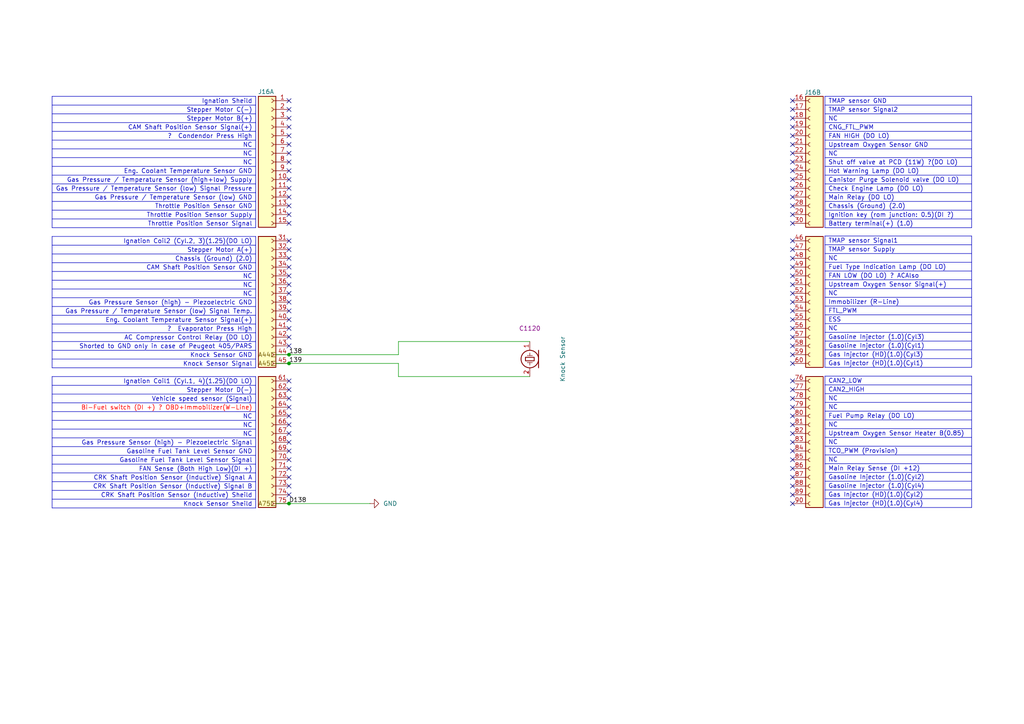
<source format=kicad_sch>
(kicad_sch (version 20250114) (generator "eeschema") (generator_version "9.0")
  (paper "A4")
  (lib_symbols
    (symbol "Device:Microphone_Ultrasound" (pin_names (offset 0.0254) (hide yes))
      (property "Reference" "MK" (at -3.81 1.143 0))
      (property "Value" "Microphone_Ultrasound" (at -3.81 -0.762 0))
      (symbol "Microphone_Ultrasound_0_1"
        (polyline (pts (xy -2.54 2.54) (xy -2.54 -2.54)) (stroke (width 0.254)))
        (rectangle (start -1.27 0.508) (end 1.27 -0.508) (stroke (width 0.254)))
        (polyline (pts (xy -0.762 1.016) (xy 0.762 1.016)))
        (polyline (pts (xy -0.762 -1.016) (xy 0.762 -1.016)))
        (polyline (pts (xy 0 1.016) (xy 0 1.778)))
        (circle (center 0 0) (radius 2.54) (stroke (width 0.254)))
        (polyline (pts (xy 0 -1.016) (xy 0 -1.778)))
        (polyline (pts (xy 0.254 3.81) (xy 0.762 3.81)))
        (polyline (pts (xy 0.508 4.064) (xy 0.508 3.556)))
      )
      (symbol "Microphone_Ultrasound_1_1"
        (pin passive line (at 0 5.08 270) (length 2.54) (name "+") (number "2"))
        (pin passive line (at 0 -5.08 90) (length 2.54) (name "-") (number "1"))
      )
    )
    (symbol "power:GND" (power) (pin_numbers (hide yes)) (pin_names (offset 0) (hide yes))
      (property "Value" "GND" (at 0 -3.81 0))
      (symbol "GND_0_1"
        (polyline (pts (xy 0 0) (xy 0 -1.27) (xy 1.27 -1.27) (xy 0 -2.54) (xy -1.27 -1.27) (xy 0 -1.27)))
      )
      (symbol "GND_1_1"
        (pin power_in line (at 0 0 270) (length 0) (name "~") (number "1"))
      )
    )
    (symbol "sicma_socket:Conn_01x90_3Row_Socket" (pin_names (offset 1.016) (hide yes))
      (property "Reference" "J" (at 1.524 60.833 0))
      (property "Value" "Conn_01x90_3Row_Socket" (at 1.397 -61.214 0))
      (symbol "Conn_01x90_3Row_Socket_1_1"
        (rectangle (start -0.508 59.69) (end 4.572 21.717) (stroke (width 0.254)) (fill (type background)))
        (polyline (pts (xy -0.508 58.42) (xy 0.254 58.42)) (stroke (width 0.1524)))
        (polyline (pts (xy -0.508 55.88) (xy 0.254 55.88)) (stroke (width 0.1524)))
        (polyline (pts (xy -0.508 53.34) (xy 0.254 53.34)) (stroke (width 0.1524)))
        (polyline (pts (xy -0.508 50.8) (xy 0.254 50.8)) (stroke (width 0.1524)))
        (polyline (pts (xy -0.508 48.26) (xy 0.254 48.26)) (stroke (width 0.1524)))
        (polyline (pts (xy -0.508 45.72) (xy 0.254 45.72)) (stroke (width 0.1524)))
        (polyline (pts (xy -0.508 43.18) (xy 0.254 43.18)) (stroke (width 0.1524)))
        (polyline (pts (xy -0.508 40.64) (xy 0.254 40.64)) (stroke (width 0.1524)))
        (polyline (pts (xy -0.508 38.1) (xy 0.254 38.1)) (stroke (width 0.1524)))
        (polyline (pts (xy -0.508 35.56) (xy 0.254 35.56)) (stroke (width 0.1524)))
        (polyline (pts (xy -0.508 33.02) (xy 0.254 33.02)) (stroke (width 0.1524)))
        (polyline (pts (xy -0.508 30.48) (xy 0.254 30.48)) (stroke (width 0.1524)))
        (polyline (pts (xy -0.508 27.94) (xy 0.254 27.94)) (stroke (width 0.1524)))
        (polyline (pts (xy -0.508 25.4) (xy 0.254 25.4)) (stroke (width 0.1524)))
        (polyline (pts (xy -0.508 22.86) (xy 0.254 22.86)) (stroke (width 0.1524)))
        (rectangle (start -0.508 19.05) (end 4.572 -18.923) (stroke (width 0.254)) (fill (type background)))
        (polyline (pts (xy -0.508 17.78) (xy 0.254 17.78)) (stroke (width 0.1524)))
        (polyline (pts (xy -0.508 15.24) (xy 0.254 15.24)) (stroke (width 0.1524)))
        (polyline (pts (xy -0.508 12.7) (xy 0.254 12.7)) (stroke (width 0.1524)))
        (polyline (pts (xy -0.508 10.16) (xy 0.254 10.16)) (stroke (width 0.1524)))
        (polyline (pts (xy -0.508 7.62) (xy 0.254 7.62)) (stroke (width 0.1524)))
        (polyline (pts (xy -0.508 5.08) (xy 0.254 5.08)) (stroke (width 0.1524)))
        (polyline (pts (xy -0.508 2.54) (xy 0.254 2.54)) (stroke (width 0.1524)))
        (polyline (pts (xy -0.508 0) (xy 0.254 0)) (stroke (width 0.1524)))
        (polyline (pts (xy -0.508 -2.54) (xy 0.254 -2.54)) (stroke (width 0.1524)))
        (polyline (pts (xy -0.508 -5.08) (xy 0.254 -5.08)) (stroke (width 0.1524)))
        (polyline (pts (xy -0.508 -7.62) (xy 0.254 -7.62)) (stroke (width 0.1524)))
        (polyline (pts (xy -0.508 -10.16) (xy 0.254 -10.16)) (stroke (width 0.1524)))
        (polyline (pts (xy -0.508 -12.7) (xy 0.254 -12.7)) (stroke (width 0.1524)))
        (polyline (pts (xy -0.508 -15.24) (xy 0.254 -15.24)) (stroke (width 0.1524)))
        (polyline (pts (xy -0.508 -17.78) (xy 0.254 -17.78)) (stroke (width 0.1524)))
        (rectangle (start -0.508 -21.59) (end 4.572 -59.563) (stroke (width 0.254)) (fill (type background)))
        (polyline (pts (xy -0.508 -22.86) (xy 0.254 -22.86)) (stroke (width 0.1524)))
        (polyline (pts (xy -0.508 -25.4) (xy 0.254 -25.4)) (stroke (width 0.1524)))
        (polyline (pts (xy -0.508 -27.94) (xy 0.254 -27.94)) (stroke (width 0.1524)))
        (polyline (pts (xy -0.508 -30.48) (xy 0.254 -30.48)) (stroke (width 0.1524)))
        (polyline (pts (xy -0.508 -33.02) (xy 0.254 -33.02)) (stroke (width 0.1524)))
        (polyline (pts (xy -0.508 -35.56) (xy 0.254 -35.56)) (stroke (width 0.1524)))
        (polyline (pts (xy -0.508 -38.1) (xy 0.254 -38.1)) (stroke (width 0.1524)))
        (polyline (pts (xy -0.508 -40.64) (xy 0.254 -40.64)) (stroke (width 0.1524)))
        (polyline (pts (xy -0.508 -43.18) (xy 0.254 -43.18)) (stroke (width 0.1524)))
        (polyline (pts (xy -0.508 -45.72) (xy 0.254 -45.72)) (stroke (width 0.1524)))
        (polyline (pts (xy -0.508 -48.26) (xy 0.254 -48.26)) (stroke (width 0.1524)))
        (polyline (pts (xy -0.508 -50.8) (xy 0.254 -50.8)) (stroke (width 0.1524)))
        (polyline (pts (xy -0.508 -53.34) (xy 0.254 -53.34)) (stroke (width 0.1524)))
        (polyline (pts (xy -0.508 -55.88) (xy 0.254 -55.88)) (stroke (width 0.1524)))
        (polyline (pts (xy -0.508 -58.42) (xy 0.254 -58.42)) (stroke (width 0.1524)))
        (arc (start 0.762 57.912) (mid 0.2562 58.42) (end 0.762 58.928) (stroke (width 0.1524)))
        (arc (start 0.762 55.372) (mid 0.2562 55.88) (end 0.762 56.388) (stroke (width 0.1524)))
        (arc (start 0.762 52.832) (mid 0.2562 53.34) (end 0.762 53.848) (stroke (width 0.1524)))
        (arc (start 0.762 50.292) (mid 0.2562 50.8) (end 0.762 51.308) (stroke (width 0.1524)))
        (arc (start 0.762 47.752) (mid 0.2562 48.26) (end 0.762 48.768) (stroke (width 0.1524)))
        (arc (start 0.762 45.212) (mid 0.2562 45.72) (end 0.762 46.228) (stroke (width 0.1524)))
        (arc (start 0.762 42.672) (mid 0.2562 43.18) (end 0.762 43.688) (stroke (width 0.1524)))
        (arc (start 0.762 40.132) (mid 0.2562 40.64) (end 0.762 41.148) (stroke (width 0.1524)))
        (arc (start 0.762 37.592) (mid 0.2562 38.1) (end 0.762 38.608) (stroke (width 0.1524)))
        (arc (start 0.762 35.052) (mid 0.2562 35.56) (end 0.762 36.068) (stroke (width 0.1524)))
        (arc (start 0.762 32.512) (mid 0.2562 33.02) (end 0.762 33.528) (stroke (width 0.1524)))
        (arc (start 0.762 29.972) (mid 0.2562 30.48) (end 0.762 30.988) (stroke (width 0.1524)))
        (arc (start 0.762 27.432) (mid 0.2562 27.94) (end 0.762 28.448) (stroke (width 0.1524)))
        (arc (start 0.762 24.892) (mid 0.2562 25.4) (end 0.762 25.908) (stroke (width 0.1524)))
        (arc (start 0.762 22.352) (mid 0.2562 22.86) (end 0.762 23.368) (stroke (width 0.1524)))
        (arc (start 0.762 17.272) (mid 0.2562 17.78) (end 0.762 18.288) (stroke (width 0.1524)))
        (arc (start 0.762 14.732) (mid 0.2562 15.24) (end 0.762 15.748) (stroke (width 0.1524)))
        (arc (start 0.762 12.192) (mid 0.2562 12.7) (end 0.762 13.208) (stroke (width 0.1524)))
        (arc (start 0.762 9.652) (mid 0.2562 10.16) (end 0.762 10.668) (stroke (width 0.1524)))
        (arc (start 0.762 7.112) (mid 0.2562 7.62) (end 0.762 8.128) (stroke (width 0.1524)))
        (arc (start 0.762 4.572) (mid 0.2562 5.08) (end 0.762 5.588) (stroke (width 0.1524)))
        (arc (start 0.762 2.032) (mid 0.2562 2.54) (end 0.762 3.048) (stroke (width 0.1524)))
        (arc (start 0.762 -0.508) (mid 0.2562 0) (end 0.762 0.508) (stroke (width 0.1524)))
        (arc (start 0.762 -3.048) (mid 0.2562 -2.54) (end 0.762 -2.032) (stroke (width 0.1524)))
        (arc (start 0.762 -5.588) (mid 0.2562 -5.08) (end 0.762 -4.572) (stroke (width 0.1524)))
        (arc (start 0.762 -8.128) (mid 0.2562 -7.62) (end 0.762 -7.112) (stroke (width 0.1524)))
        (arc (start 0.762 -10.668) (mid 0.2562 -10.16) (end 0.762 -9.652) (stroke (width 0.1524)))
        (arc (start 0.762 -13.208) (mid 0.2562 -12.7) (end 0.762 -12.192) (stroke (width 0.1524)))
        (arc (start 0.762 -15.748) (mid 0.2562 -15.24) (end 0.762 -14.732) (stroke (width 0.1524)))
        (arc (start 0.762 -18.288) (mid 0.2562 -17.78) (end 0.762 -17.272) (stroke (width 0.1524)))
        (arc (start 0.762 -23.368) (mid 0.2562 -22.86) (end 0.762 -22.352) (stroke (width 0.1524)))
        (arc (start 0.762 -25.908) (mid 0.2562 -25.4) (end 0.762 -24.892) (stroke (width 0.1524)))
        (arc (start 0.762 -28.448) (mid 0.2562 -27.94) (end 0.762 -27.432) (stroke (width 0.1524)))
        (arc (start 0.762 -30.988) (mid 0.2562 -30.48) (end 0.762 -29.972) (stroke (width 0.1524)))
        (arc (start 0.762 -33.528) (mid 0.2562 -33.02) (end 0.762 -32.512) (stroke (width 0.1524)))
        (arc (start 0.762 -36.068) (mid 0.2562 -35.56) (end 0.762 -35.052) (stroke (width 0.1524)))
        (arc (start 0.762 -38.608) (mid 0.2562 -38.1) (end 0.762 -37.592) (stroke (width 0.1524)))
        (arc (start 0.762 -41.148) (mid 0.2562 -40.64) (end 0.762 -40.132) (stroke (width 0.1524)))
        (arc (start 0.762 -43.688) (mid 0.2562 -43.18) (end 0.762 -42.672) (stroke (width 0.1524)))
        (arc (start 0.762 -46.228) (mid 0.2562 -45.72) (end 0.762 -45.212) (stroke (width 0.1524)))
        (arc (start 0.762 -48.768) (mid 0.2562 -48.26) (end 0.762 -47.752) (stroke (width 0.1524)))
        (arc (start 0.762 -51.308) (mid 0.2562 -50.8) (end 0.762 -50.292) (stroke (width 0.1524)))
        (arc (start 0.762 -53.848) (mid 0.2562 -53.34) (end 0.762 -52.832) (stroke (width 0.1524)))
        (arc (start 0.762 -56.388) (mid 0.2562 -55.88) (end 0.762 -55.372) (stroke (width 0.1524)))
        (arc (start 0.762 -58.928) (mid 0.2562 -58.42) (end 0.762 -57.912) (stroke (width 0.1524)))
        (pin passive line (at -4.318 58.42 0) (length 3.81) (name "A1") (number "1"))
        (pin passive line (at -4.318 55.88 0) (length 3.81) (name "A2") (number "2"))
        (pin passive line (at -4.318 53.34 0) (length 3.81) (name "A3") (number "3"))
        (pin passive line (at -4.318 50.8 0) (length 3.81) (name "A4") (number "4"))
        (pin passive line (at -4.318 48.26 0) (length 3.81) (name "A5") (number "5"))
        (pin passive line (at -4.318 45.72 0) (length 3.81) (name "A6") (number "6"))
        (pin passive line (at -4.318 43.18 0) (length 3.81) (name "A7") (number "7"))
        (pin passive line (at -4.318 40.64 0) (length 3.81) (name "A8") (number "8"))
        (pin passive line (at -4.318 38.1 0) (length 3.81) (name "A9") (number "9"))
        (pin passive line (at -4.318 35.56 0) (length 3.81) (name "A10") (number "10"))
        (pin passive line (at -4.318 33.02 0) (length 3.81) (name "A11") (number "11"))
        (pin passive line (at -4.318 30.48 0) (length 3.81) (name "A12") (number "12"))
        (pin passive line (at -4.318 27.94 0) (length 3.81) (name "A13") (number "13"))
        (pin passive line (at -4.318 25.4 0) (length 3.81) (name "A14") (number "14"))
        (pin passive line (at -4.318 22.86 0) (length 3.81) (name "A15") (number "15"))
        (pin passive line (at -4.318 17.78 0) (length 3.81) (name "A31") (number "31"))
        (pin passive line (at -4.318 15.24 0) (length 3.81) (name "A32") (number "32"))
        (pin passive line (at -4.318 12.7 0) (length 3.81) (name "A33") (number "33"))
        (pin passive line (at -4.318 10.16 0) (length 3.81) (name "A34") (number "34"))
        (pin passive line (at -4.318 7.62 0) (length 3.81) (name "A35") (number "35"))
        (pin passive line (at -4.318 5.08 0) (length 3.81) (name "A36") (number "36"))
        (pin passive line (at -4.318 2.54 0) (length 3.81) (name "A37") (number "37"))
        (pin passive line (at -4.318 0 0) (length 3.81) (name "A38") (number "38"))
        (pin passive line (at -4.318 -2.54 0) (length 3.81) (name "A39") (number "39"))
        (pin passive line (at -4.318 -5.08 0) (length 3.81) (name "A40") (number "40"))
        (pin passive line (at -4.318 -7.62 0) (length 3.81) (name "A41") (number "41"))
        (pin passive line (at -4.318 -10.16 0) (length 3.81) (name "A42") (number "42"))
        (pin passive line (at -4.318 -12.7 0) (length 3.81) (name "A43") (number "43"))
        (pin passive line (at -4.318 -15.24 0) (length 3.81) (name "A44") (number "44"))
        (pin passive line (at -4.318 -17.78 0) (length 3.81) (name "A45") (number "45"))
        (pin passive line (at -4.318 -22.86 0) (length 3.81) (name "A61") (number "61"))
        (pin passive line (at -4.318 -25.4 0) (length 3.81) (name "A62") (number "62"))
        (pin passive line (at -4.318 -27.94 0) (length 3.81) (name "A63") (number "63"))
        (pin passive line (at -4.318 -30.48 0) (length 3.81) (name "A64") (number "64"))
        (pin passive line (at -4.318 -33.02 0) (length 3.81) (name "A65") (number "65"))
        (pin passive line (at -4.318 -35.56 0) (length 3.81) (name "A66") (number "66"))
        (pin passive line (at -4.318 -38.1 0) (length 3.81) (name "A67") (number "67"))
        (pin passive line (at -4.318 -40.64 0) (length 3.81) (name "A68") (number "68"))
        (pin passive line (at -4.318 -43.18 0) (length 3.81) (name "A69") (number "69"))
        (pin passive line (at -4.318 -45.72 0) (length 3.81) (name "A70") (number "70"))
        (pin passive line (at -4.318 -48.26 0) (length 3.81) (name "A71") (number "71"))
        (pin passive line (at -4.318 -50.8 0) (length 3.81) (name "A72") (number "72"))
        (pin passive line (at -4.318 -53.34 0) (length 3.81) (name "A73") (number "73"))
        (pin passive line (at -4.318 -55.88 0) (length 3.81) (name "A74") (number "74"))
        (pin passive line (at -4.318 -58.42 0) (length 3.81) (name "A75") (number "75"))
      )
      (symbol "Conn_01x90_3Row_Socket_2_1"
        (rectangle (start -0.508 59.69) (end 4.572 21.717) (stroke (width 0.254)) (fill (type background)))
        (polyline (pts (xy -0.508 58.42) (xy 0.254 58.42)) (stroke (width 0.1524)))
        (polyline (pts (xy -0.508 55.88) (xy 0.254 55.88)) (stroke (width 0.1524)))
        (polyline (pts (xy -0.508 53.34) (xy 0.254 53.34)) (stroke (width 0.1524)))
        (polyline (pts (xy -0.508 50.8) (xy 0.254 50.8)) (stroke (width 0.1524)))
        (polyline (pts (xy -0.508 48.26) (xy 0.254 48.26)) (stroke (width 0.1524)))
        (polyline (pts (xy -0.508 45.72) (xy 0.254 45.72)) (stroke (width 0.1524)))
        (polyline (pts (xy -0.508 43.18) (xy 0.254 43.18)) (stroke (width 0.1524)))
        (polyline (pts (xy -0.508 40.64) (xy 0.254 40.64)) (stroke (width 0.1524)))
        (polyline (pts (xy -0.508 38.1) (xy 0.254 38.1)) (stroke (width 0.1524)))
        (polyline (pts (xy -0.508 35.56) (xy 0.254 35.56)) (stroke (width 0.1524)))
        (polyline (pts (xy -0.508 33.02) (xy 0.254 33.02)) (stroke (width 0.1524)))
        (polyline (pts (xy -0.508 30.48) (xy 0.254 30.48)) (stroke (width 0.1524)))
        (polyline (pts (xy -0.508 27.94) (xy 0.254 27.94)) (stroke (width 0.1524)))
        (polyline (pts (xy -0.508 25.4) (xy 0.254 25.4)) (stroke (width 0.1524)))
        (polyline (pts (xy -0.508 22.86) (xy 0.254 22.86)) (stroke (width 0.1524)))
        (rectangle (start -0.508 19.05) (end 4.572 -18.923) (stroke (width 0.254)) (fill (type background)))
        (polyline (pts (xy -0.508 17.78) (xy 0.254 17.78)) (stroke (width 0.1524)))
        (polyline (pts (xy -0.508 15.24) (xy 0.254 15.24)) (stroke (width 0.1524)))
        (polyline (pts (xy -0.508 12.7) (xy 0.254 12.7)) (stroke (width 0.1524)))
        (polyline (pts (xy -0.508 10.16) (xy 0.254 10.16)) (stroke (width 0.1524)))
        (polyline (pts (xy -0.508 7.62) (xy 0.254 7.62)) (stroke (width 0.1524)))
        (polyline (pts (xy -0.508 5.08) (xy 0.254 5.08)) (stroke (width 0.1524)))
        (polyline (pts (xy -0.508 2.54) (xy 0.254 2.54)) (stroke (width 0.1524)))
        (polyline (pts (xy -0.508 0) (xy 0.254 0)) (stroke (width 0.1524)))
        (polyline (pts (xy -0.508 -2.54) (xy 0.254 -2.54)) (stroke (width 0.1524)))
        (polyline (pts (xy -0.508 -5.08) (xy 0.254 -5.08)) (stroke (width 0.1524)))
        (polyline (pts (xy -0.508 -7.62) (xy 0.254 -7.62)) (stroke (width 0.1524)))
        (polyline (pts (xy -0.508 -10.16) (xy 0.254 -10.16)) (stroke (width 0.1524)))
        (polyline (pts (xy -0.508 -12.7) (xy 0.254 -12.7)) (stroke (width 0.1524)))
        (polyline (pts (xy -0.508 -15.24) (xy 0.254 -15.24)) (stroke (width 0.1524)))
        (polyline (pts (xy -0.508 -17.78) (xy 0.254 -17.78)) (stroke (width 0.1524)))
        (rectangle (start -0.508 -21.59) (end 4.572 -59.563) (stroke (width 0.254)) (fill (type background)))
        (polyline (pts (xy -0.508 -22.86) (xy 0.254 -22.86)) (stroke (width 0.1524)))
        (polyline (pts (xy -0.508 -25.4) (xy 0.254 -25.4)) (stroke (width 0.1524)))
        (polyline (pts (xy -0.508 -27.94) (xy 0.254 -27.94)) (stroke (width 0.1524)))
        (polyline (pts (xy -0.508 -30.48) (xy 0.254 -30.48)) (stroke (width 0.1524)))
        (polyline (pts (xy -0.508 -33.02) (xy 0.254 -33.02)) (stroke (width 0.1524)))
        (polyline (pts (xy -0.508 -35.56) (xy 0.254 -35.56)) (stroke (width 0.1524)))
        (polyline (pts (xy -0.508 -38.1) (xy 0.254 -38.1)) (stroke (width 0.1524)))
        (polyline (pts (xy -0.508 -40.64) (xy 0.254 -40.64)) (stroke (width 0.1524)))
        (polyline (pts (xy -0.508 -43.18) (xy 0.254 -43.18)) (stroke (width 0.1524)))
        (polyline (pts (xy -0.508 -45.72) (xy 0.254 -45.72)) (stroke (width 0.1524)))
        (polyline (pts (xy -0.508 -48.26) (xy 0.254 -48.26)) (stroke (width 0.1524)))
        (polyline (pts (xy -0.508 -50.8) (xy 0.254 -50.8)) (stroke (width 0.1524)))
        (polyline (pts (xy -0.508 -53.34) (xy 0.254 -53.34)) (stroke (width 0.1524)))
        (polyline (pts (xy -0.508 -55.88) (xy 0.254 -55.88)) (stroke (width 0.1524)))
        (polyline (pts (xy -0.508 -58.42) (xy 0.254 -58.42)) (stroke (width 0.1524)))
        (arc (start 0.762 57.912) (mid 0.2562 58.42) (end 0.762 58.928) (stroke (width 0.1524)))
        (arc (start 0.762 55.372) (mid 0.2562 55.88) (end 0.762 56.388) (stroke (width 0.1524)))
        (arc (start 0.762 52.832) (mid 0.2562 53.34) (end 0.762 53.848) (stroke (width 0.1524)))
        (arc (start 0.762 50.292) (mid 0.2562 50.8) (end 0.762 51.308) (stroke (width 0.1524)))
        (arc (start 0.762 47.752) (mid 0.2562 48.26) (end 0.762 48.768) (stroke (width 0.1524)))
        (arc (start 0.762 45.212) (mid 0.2562 45.72) (end 0.762 46.228) (stroke (width 0.1524)))
        (arc (start 0.762 42.672) (mid 0.2562 43.18) (end 0.762 43.688) (stroke (width 0.1524)))
        (arc (start 0.762 40.132) (mid 0.2562 40.64) (end 0.762 41.148) (stroke (width 0.1524)))
        (arc (start 0.762 37.592) (mid 0.2562 38.1) (end 0.762 38.608) (stroke (width 0.1524)))
        (arc (start 0.762 35.052) (mid 0.2562 35.56) (end 0.762 36.068) (stroke (width 0.1524)))
        (arc (start 0.762 32.512) (mid 0.2562 33.02) (end 0.762 33.528) (stroke (width 0.1524)))
        (arc (start 0.762 29.972) (mid 0.2562 30.48) (end 0.762 30.988) (stroke (width 0.1524)))
        (arc (start 0.762 27.432) (mid 0.2562 27.94) (end 0.762 28.448) (stroke (width 0.1524)))
        (arc (start 0.762 24.892) (mid 0.2562 25.4) (end 0.762 25.908) (stroke (width 0.1524)))
        (arc (start 0.762 22.352) (mid 0.2562 22.86) (end 0.762 23.368) (stroke (width 0.1524)))
        (arc (start 0.762 17.272) (mid 0.2562 17.78) (end 0.762 18.288) (stroke (width 0.1524)))
        (arc (start 0.762 14.732) (mid 0.2562 15.24) (end 0.762 15.748) (stroke (width 0.1524)))
        (arc (start 0.762 12.192) (mid 0.2562 12.7) (end 0.762 13.208) (stroke (width 0.1524)))
        (arc (start 0.762 9.652) (mid 0.2562 10.16) (end 0.762 10.668) (stroke (width 0.1524)))
        (arc (start 0.762 7.112) (mid 0.2562 7.62) (end 0.762 8.128) (stroke (width 0.1524)))
        (arc (start 0.762 4.572) (mid 0.2562 5.08) (end 0.762 5.588) (stroke (width 0.1524)))
        (arc (start 0.762 2.032) (mid 0.2562 2.54) (end 0.762 3.048) (stroke (width 0.1524)))
        (arc (start 0.762 -0.508) (mid 0.2562 0) (end 0.762 0.508) (stroke (width 0.1524)))
        (arc (start 0.762 -3.048) (mid 0.2562 -2.54) (end 0.762 -2.032) (stroke (width 0.1524)))
        (arc (start 0.762 -5.588) (mid 0.2562 -5.08) (end 0.762 -4.572) (stroke (width 0.1524)))
        (arc (start 0.762 -8.128) (mid 0.2562 -7.62) (end 0.762 -7.112) (stroke (width 0.1524)))
        (arc (start 0.762 -10.668) (mid 0.2562 -10.16) (end 0.762 -9.652) (stroke (width 0.1524)))
        (arc (start 0.762 -13.208) (mid 0.2562 -12.7) (end 0.762 -12.192) (stroke (width 0.1524)))
        (arc (start 0.762 -15.748) (mid 0.2562 -15.24) (end 0.762 -14.732) (stroke (width 0.1524)))
        (arc (start 0.762 -18.288) (mid 0.2562 -17.78) (end 0.762 -17.272) (stroke (width 0.1524)))
        (arc (start 0.762 -23.368) (mid 0.2562 -22.86) (end 0.762 -22.352) (stroke (width 0.1524)))
        (arc (start 0.762 -25.908) (mid 0.2562 -25.4) (end 0.762 -24.892) (stroke (width 0.1524)))
        (arc (start 0.762 -28.448) (mid 0.2562 -27.94) (end 0.762 -27.432) (stroke (width 0.1524)))
        (arc (start 0.762 -30.988) (mid 0.2562 -30.48) (end 0.762 -29.972) (stroke (width 0.1524)))
        (arc (start 0.762 -33.528) (mid 0.2562 -33.02) (end 0.762 -32.512) (stroke (width 0.1524)))
        (arc (start 0.762 -36.068) (mid 0.2562 -35.56) (end 0.762 -35.052) (stroke (width 0.1524)))
        (arc (start 0.762 -38.608) (mid 0.2562 -38.1) (end 0.762 -37.592) (stroke (width 0.1524)))
        (arc (start 0.762 -41.148) (mid 0.2562 -40.64) (end 0.762 -40.132) (stroke (width 0.1524)))
        (arc (start 0.762 -43.688) (mid 0.2562 -43.18) (end 0.762 -42.672) (stroke (width 0.1524)))
        (arc (start 0.762 -46.228) (mid 0.2562 -45.72) (end 0.762 -45.212) (stroke (width 0.1524)))
        (arc (start 0.762 -48.768) (mid 0.2562 -48.26) (end 0.762 -47.752) (stroke (width 0.1524)))
        (arc (start 0.762 -51.308) (mid 0.2562 -50.8) (end 0.762 -50.292) (stroke (width 0.1524)))
        (arc (start 0.762 -53.848) (mid 0.2562 -53.34) (end 0.762 -52.832) (stroke (width 0.1524)))
        (arc (start 0.762 -56.388) (mid 0.2562 -55.88) (end 0.762 -55.372) (stroke (width 0.1524)))
        (arc (start 0.762 -58.928) (mid 0.2562 -58.42) (end 0.762 -57.912) (stroke (width 0.1524)))
        (pin passive line (at -4.318 58.42 0) (length 3.81) (name "B16") (number "16"))
        (pin passive line (at -4.318 55.88 0) (length 3.81) (name "B17") (number "17"))
        (pin passive line (at -4.318 53.34 0) (length 3.81) (name "B18") (number "18"))
        (pin passive line (at -4.318 50.8 0) (length 3.81) (name "B19") (number "19"))
        (pin passive line (at -4.318 48.26 0) (length 3.81) (name "B20") (number "20"))
        (pin passive line (at -4.318 45.72 0) (length 3.81) (name "B21") (number "21"))
        (pin passive line (at -4.318 43.18 0) (length 3.81) (name "B22") (number "22"))
        (pin passive line (at -4.318 40.64 0) (length 3.81) (name "B23") (number "23"))
        (pin passive line (at -4.318 38.1 0) (length 3.81) (name "B24") (number "24"))
        (pin passive line (at -4.318 35.56 0) (length 3.81) (name "B25") (number "25"))
        (pin passive line (at -4.318 33.02 0) (length 3.81) (name "B26") (number "26"))
        (pin passive line (at -4.318 30.48 0) (length 3.81) (name "B27") (number "27"))
        (pin passive line (at -4.318 27.94 0) (length 3.81) (name "B28") (number "28"))
        (pin passive line (at -4.318 25.4 0) (length 3.81) (name "B29") (number "29"))
        (pin passive line (at -4.318 22.86 0) (length 3.81) (name "B30") (number "30"))
        (pin passive line (at -4.318 17.78 0) (length 3.81) (name "B46") (number "46"))
        (pin passive line (at -4.318 15.24 0) (length 3.81) (name "B47") (number "47"))
        (pin passive line (at -4.318 12.7 0) (length 3.81) (name "B48") (number "48"))
        (pin passive line (at -4.318 10.16 0) (length 3.81) (name "B49") (number "49"))
        (pin passive line (at -4.318 7.62 0) (length 3.81) (name "B50") (number "50"))
        (pin passive line (at -4.318 5.08 0) (length 3.81) (name "B51") (number "51"))
        (pin passive line (at -4.318 2.54 0) (length 3.81) (name "B52") (number "52"))
        (pin passive line (at -4.318 0 0) (length 3.81) (name "B53") (number "53"))
        (pin passive line (at -4.318 -2.54 0) (length 3.81) (name "B54") (number "54"))
        (pin passive line (at -4.318 -5.08 0) (length 3.81) (name "B55") (number "55"))
        (pin passive line (at -4.318 -7.62 0) (length 3.81) (name "B56") (number "56"))
        (pin passive line (at -4.318 -10.16 0) (length 3.81) (name "B57") (number "57"))
        (pin passive line (at -4.318 -12.7 0) (length 3.81) (name "B58") (number "58"))
        (pin passive line (at -4.318 -15.24 0) (length 3.81) (name "B59") (number "59"))
        (pin passive line (at -4.318 -17.78 0) (length 3.81) (name "B60") (number "60"))
        (pin passive line (at -4.318 -22.86 0) (length 3.81) (name "B76") (number "76"))
        (pin passive line (at -4.318 -25.4 0) (length 3.81) (name "B77") (number "77"))
        (pin passive line (at -4.318 -27.94 0) (length 3.81) (name "B78") (number "78"))
        (pin passive line (at -4.318 -30.48 0) (length 3.81) (name "B79") (number "79"))
        (pin passive line (at -4.318 -33.02 0) (length 3.81) (name "B80") (number "80"))
        (pin passive line (at -4.318 -35.56 0) (length 3.81) (name "B81") (number "81"))
        (pin passive line (at -4.318 -38.1 0) (length 3.81) (name "B82") (number "82"))
        (pin passive line (at -4.318 -40.64 0) (length 3.81) (name "B83") (number "83"))
        (pin passive line (at -4.318 -43.18 0) (length 3.81) (name "B84") (number "84"))
        (pin passive line (at -4.318 -45.72 0) (length 3.81) (name "B85") (number "85"))
        (pin passive line (at -4.318 -48.26 0) (length 3.81) (name "B86") (number "86"))
        (pin passive line (at -4.318 -50.8 0) (length 3.81) (name "B87") (number "87"))
        (pin passive line (at -4.318 -53.34 0) (length 3.81) (name "B88") (number "88"))
        (pin passive line (at -4.318 -55.88 0) (length 3.81) (name "B89") (number "89"))
        (pin passive line (at -4.318 -58.42 0) (length 3.81) (name "B90") (number "90"))
      )
    )
  )
  (junction (at 83.82 146.05))
  (junction (at 83.82 105.41))
  (junction (at 83.82 102.87))
  (no_connect (at 83.82 130.81))
  (no_connect (at 229.87 29.21))
  (no_connect (at 229.87 82.55))
  (no_connect (at 83.82 138.43))
  (no_connect (at 83.82 62.23))
  (no_connect (at 229.87 92.71))
  (no_connect (at 229.87 57.15))
  (no_connect (at 83.82 36.83))
  (no_connect (at 229.87 118.11))
  (no_connect (at 229.87 105.41))
  (no_connect (at 229.87 128.27))
  (no_connect (at 229.87 31.75))
  (no_connect (at 229.87 135.89))
  (no_connect (at 229.87 64.77))
  (no_connect (at 83.82 90.17))
  (no_connect (at 229.87 36.83))
  (no_connect (at 83.82 95.25))
  (no_connect (at 83.82 125.73))
  (no_connect (at 83.82 34.29))
  (no_connect (at 83.82 97.79))
  (no_connect (at 229.87 90.17))
  (no_connect (at 229.87 85.09))
  (no_connect (at 229.87 34.29))
  (no_connect (at 229.87 80.01))
  (no_connect (at 83.82 87.63))
  (no_connect (at 229.87 120.65))
  (no_connect (at 83.82 31.75))
  (no_connect (at 83.82 52.07))
  (no_connect (at 83.82 92.71))
  (no_connect (at 83.82 44.45))
  (no_connect (at 229.87 113.03))
  (no_connect (at 229.87 138.43))
  (no_connect (at 229.87 39.37))
  (no_connect (at 83.82 39.37))
  (no_connect (at 83.82 118.11))
  (no_connect (at 83.82 115.57))
  (no_connect (at 229.87 146.05))
  (no_connect (at 229.87 143.51))
  (no_connect (at 83.82 100.33))
  (no_connect (at 83.82 29.21))
  (no_connect (at 83.82 123.19))
  (no_connect (at 83.82 120.65))
  (no_connect (at 83.82 140.97))
  (no_connect (at 83.82 54.61))
  (no_connect (at 83.82 85.09))
  (no_connect (at 229.87 41.91))
  (no_connect (at 229.87 102.87))
  (no_connect (at 83.82 69.85))
  (no_connect (at 229.87 62.23))
  (no_connect (at 229.87 74.93))
  (no_connect (at 229.87 130.81))
  (no_connect (at 229.87 140.97))
  (no_connect (at 229.87 97.79))
  (no_connect (at 83.82 77.47))
  (no_connect (at 229.87 87.63))
  (no_connect (at 229.87 49.53))
  (no_connect (at 229.87 95.25))
  (no_connect (at 83.82 82.55))
  (no_connect (at 83.82 143.51))
  (no_connect (at 229.87 54.61))
  (no_connect (at 83.82 64.77))
  (no_connect (at 229.87 44.45))
  (no_connect (at 229.87 69.85))
  (no_connect (at 83.82 135.89))
  (no_connect (at 229.87 46.99))
  (no_connect (at 83.82 46.99))
  (no_connect (at 83.82 110.49))
  (no_connect (at 83.82 59.69))
  (no_connect (at 229.87 125.73))
  (no_connect (at 229.87 133.35))
  (no_connect (at 83.82 128.27))
  (no_connect (at 229.87 123.19))
  (no_connect (at 83.82 72.39))
  (no_connect (at 229.87 52.07))
  (no_connect (at 229.87 115.57))
  (no_connect (at 83.82 57.15))
  (no_connect (at 229.87 77.47))
  (no_connect (at 83.82 133.35))
  (no_connect (at 229.87 110.49))
  (no_connect (at 83.82 41.91))
  (no_connect (at 229.87 100.33))
  (no_connect (at 83.82 113.03))
  (no_connect (at 229.87 59.69))
  (no_connect (at 83.82 74.93))
  (no_connect (at 83.82 80.01))
  (no_connect (at 83.82 49.53))
  (no_connect (at 229.87 72.39))
  (wire (pts (xy 80.01 102.87) (xy 83.82 102.87)))
  (wire (pts (xy 83.82 102.87) (xy 115.57 102.87)))
  (wire (pts (xy 115.57 105.41) (xy 115.57 109.22)))
  (wire (pts (xy 83.82 146.05) (xy 107.315 146.05)))
  (wire (pts (xy 115.57 99.06) (xy 153.67 99.06)))
  (wire (pts (xy 115.57 109.22) (xy 153.67 109.22)))
  (wire (pts (xy 115.57 102.87) (xy 115.57 99.06)))
  (wire (pts (xy 83.82 105.41) (xy 115.57 105.41)))
  (wire (pts (xy 80.01 105.41) (xy 83.82 105.41)))
  (wire (pts (xy 80.01 146.05) (xy 83.82 146.05)))
  (table (column_count 1) (border (external yes) (header yes)) (separators (rows yes) (cols yes)) (column_widths 42.545) (row_heights 2.54 2.54 2.54 2.54 2.54 2.54 2.54 2.54 2.54 2.54 2.54 2.54 2.54 2.54 2.54) (cells (table_cell "CAN2_LOW" (at 239.268 109.093 0) (size 42.545 2.54) (margins 0.9525 0.9525 0.9525 0.9525) (span 1 1)) (table_cell "CAN2_HIGH" (at 239.268 111.633 0) (size 42.545 2.54) (margins 0.9525 0.9525 0.9525 0.9525) (span 1 1)) (table_cell "NC" (at 239.268 114.173 0) (size 42.545 2.54) (margins 0.9525 0.9525 0.9525 0.9525) (span 1 1)) (table_cell "NC" (at 239.268 116.713 0) (size 42.545 2.54) (margins 0.9525 0.9525 0.9525 0.9525) (span 1 1)) (table_cell "Fuel Pump Relay (DO LO)" (at 239.268 119.253 0) (size 42.545 2.54) (margins 0.9525 0.9525 0.9525 0.9525) (span 1 1)) (table_cell "NC" (at 239.268 121.793 0) (size 42.545 2.54) (margins 0.9525 0.9525 0.9525 0.9525) (span 1 1)) (table_cell "Upstream Oxygen Sensor Heater B(0.85)" (at 239.268 124.333 0) (size 42.545 2.54) (margins 0.9525 0.9525 0.9525 0.9525) (span 1 1)) (table_cell "NC" (at 239.268 126.873 0) (size 42.545 2.54) (margins 0.9525 0.9525 0.9525 0.9525) (span 1 1)) (table_cell "TCO_PWM (Provision)" (at 239.268 129.413 0) (size 42.545 2.54) (margins 0.9525 0.9525 0.9525 0.9525) (span 1 1)) (table_cell "NC" (at 239.268 131.953 0) (size 42.545 2.54) (margins 0.9525 0.9525 0.9525 0.9525) (span 1 1)) (table_cell "Main Relay Sense (DI +12)" (at 239.268 134.493 0) (size 42.545 2.54) (margins 0.9525 0.9525 0.9525 0.9525) (span 1 1)) (table_cell "Gasoline Injector (1.0)(Cyl2)" (at 239.268 137.033 0) (size 42.545 2.54) (margins 0.9525 0.9525 0.9525 0.9525) (span 1 1)) (table_cell "Gasoline Injector (1.0)(Cyl4)" (at 239.268 139.573 0) (size 42.545 2.54) (margins 0.9525 0.9525 0.9525 0.9525) (span 1 1)) (table_cell "Gas Injector (HD)(1.0)(Cyl2)" (at 239.268 142.113 0) (size 42.545 2.54) (margins 0.9525 0.9525 0.9525 0.9525) (span 1 1)) (table_cell "Gas Injector (HD)(1.0)(Cyl4)" (at 239.268 144.653 0) (size 42.545 2.54) (margins 0.9525 0.9525 0.9525 0.9525) (span 1 1))))
  (table (column_count 1) (border (external yes) (header no)) (separators (rows yes) (cols no)) (column_widths 59.055) (row_heights 2.54 2.54 2.54 2.54 2.54 2.54 2.54 2.54 2.54 2.54 2.54 2.54 2.54 2.54 2.54) (cells (table_cell "Ignation Sheild" (at 15.113 27.94 0) (size 59.055 2.54) (margins 0.9525 0.9525 0.9525 0.9525) (span 1 1)) (table_cell "Stepper Motor C(-)" (at 15.113 30.48 0) (size 59.055 2.54) (margins 0.9525 0.9525 0.9525 0.9525) (span 1 1)) (table_cell "Stepper Motor B(+)" (at 15.113 33.02 0) (size 59.055 2.54) (margins 0.9525 0.9525 0.9525 0.9525) (span 1 1)) (table_cell "CAM Shaft Position Sensor Signal(+)" (at 15.113 35.56 0) (size 59.055 2.54) (margins 0.9525 0.9525 0.9525 0.9525) (span 1 1)) (table_cell "?  Condendor Press High" (at 15.113 38.1 0) (size 59.055 2.54) (margins 0.9525 0.9525 0.9525 0.9525) (span 1 1)) (table_cell "NC" (at 15.113 40.64 0) (size 59.055 2.54) (margins 0.9525 0.9525 0.9525 0.9525) (span 1 1)) (table_cell "NC" (at 15.113 43.18 0) (size 59.055 2.54) (margins 0.9525 0.9525 0.9525 0.9525) (span 1 1)) (table_cell "NC" (at 15.113 45.72 0) (size 59.055 2.54) (margins 0.9525 0.9525 0.9525 0.9525) (span 1 1)) (table_cell "Eng. Coolant Temperature Sensor GND" (at 15.113 48.26 0) (size 59.055 2.54) (margins 0.9525 0.9525 0.9525 0.9525) (span 1 1)) (table_cell "Gas Pressure / Temperature Sensor (high+low) Supply" (at 15.113 50.8 0) (size 59.055 2.54) (margins 0.9525 0.9525 0.9525 0.9525) (span 1 1)) (table_cell "Gas Pressure / Temperature Sensor (low) Signal Pressure" (at 15.113 53.34 0) (size 59.055 2.54) (margins 0.9525 0.9525 0.9525 0.9525) (span 1 1)) (table_cell "Gas Pressure / Temperature Sensor (low) GND" (at 15.113 55.88 0) (size 59.055 2.54) (margins 0.9525 0.9525 0.9525 0.9525) (span 1 1)) (table_cell "Throttle Position Sensor GND" (at 15.113 58.42 0) (size 59.055 2.54) (margins 0.9525 0.9525 0.9525 0.9525) (span 1 1)) (table_cell "Throttle Position Sensor Supply" (at 15.113 60.96 0) (size 59.055 2.54) (margins 0.9525 0.9525 0.9525 0.9525) (span 1 1)) (table_cell "Throttle Position Sensor Signal" (at 15.113 63.5 0) (size 59.055 2.54) (margins 0.9525 0.9525 0.9525 0.9525) (span 1 1))))
  (table (column_count 1) (border (external yes) (header yes)) (separators (rows yes) (cols yes)) (column_widths 42.545) (row_heights 2.54 2.54 2.54 2.54 2.54 2.54 2.54 2.54 2.54 2.54 2.54 2.54 2.54 2.54 2.54) (cells (table_cell "TMAP sensor Signal1" (at 239.268 68.453 0) (size 42.545 2.54) (margins 0.9525 0.9525 0.9525 0.9525) (span 1 1)) (table_cell "TMAP sensor Supply" (at 239.268 70.993 0) (size 42.545 2.54) (margins 0.9525 0.9525 0.9525 0.9525) (span 1 1)) (table_cell "NC" (at 239.268 73.533 0) (size 42.545 2.54) (margins 0.9525 0.9525 0.9525 0.9525) (span 1 1)) (table_cell "Fuel Type Indication Lamp (DO LO)" (at 239.268 76.073 0) (size 42.545 2.54) (margins 0.9525 0.9525 0.9525 0.9525) (span 1 1)) (table_cell "FAN LOW (DO LO) ? ACAlso" (at 239.268 78.613 0) (size 42.545 2.54) (margins 0.9525 0.9525 0.9525 0.9525) (span 1 1)) (table_cell "Upstream Oxygen Sensor Signal(+)" (at 239.268 81.153 0) (size 42.545 2.54) (margins 0.9525 0.9525 0.9525 0.9525) (span 1 1)) (table_cell "NC" (at 239.268 83.693 0) (size 42.545 2.54) (margins 0.9525 0.9525 0.9525 0.9525) (span 1 1)) (table_cell "Immobilizer (R-Line)" (at 239.268 86.233 0) (size 42.545 2.54) (margins 0.9525 0.9525 0.9525 0.9525) (span 1 1)) (table_cell "FTL_PWM" (at 239.268 88.773 0) (size 42.545 2.54) (margins 0.9525 0.9525 0.9525 0.9525) (span 1 1)) (table_cell "ESS" (at 239.268 91.313 0) (size 42.545 2.54) (margins 0.9525 0.9525 0.9525 0.9525) (span 1 1)) (table_cell "NC" (at 239.268 93.853 0) (size 42.545 2.54) (margins 0.9525 0.9525 0.9525 0.9525) (span 1 1)) (table_cell "Gasoline Injector (1.0)(Cyl3)" (at 239.268 96.393 0) (size 42.545 2.54) (margins 0.9525 0.9525 0.9525 0.9525) (span 1 1)) (table_cell "Gasoline Injector (1.0)(Cyl1)" (at 239.268 98.933 0) (size 42.545 2.54) (margins 0.9525 0.9525 0.9525 0.9525) (span 1 1)) (table_cell "Gas Injector (HD)(1.0)(Cyl3)" (at 239.268 101.473 0) (size 42.545 2.54) (margins 0.9525 0.9525 0.9525 0.9525) (span 1 1)) (table_cell "Gas Injector (HD)(1.0)(Cyl1)" (at 239.268 104.013 0) (size 42.545 2.54) (margins 0.9525 0.9525 0.9525 0.9525) (span 1 1))))
  (table (column_count 1) (border (external yes) (header yes)) (separators (rows yes) (cols yes)) (column_widths 59.055) (row_heights 2.54 2.54 2.54 2.54 2.54 2.54 2.54 2.54 2.54 2.54 2.54 2.54 2.54 2.54 2.54) (cells (table_cell "Ignation Coil2 (Cyl.2, 3)(1.25)(DO LO)" (at 15.113 68.58 0) (size 59.055 2.54) (margins 0.9525 0.9525 0.9525 0.9525) (span 1 1)) (table_cell "Stepper Motor A(+)" (at 15.113 71.12 0) (size 59.055 2.54) (margins 0.9525 0.9525 0.9525 0.9525) (span 1 1)) (table_cell "Chassis (Ground) (2.0)" (at 15.113 73.66 0) (size 59.055 2.54) (margins 0.9525 0.9525 0.9525 0.9525) (span 1 1)) (table_cell "CAM Shaft Position Sensor GND" (at 15.113 76.2 0) (size 59.055 2.54) (margins 0.9525 0.9525 0.9525 0.9525) (span 1 1)) (table_cell "NC" (at 15.113 78.74 0) (size 59.055 2.54) (margins 0.9525 0.9525 0.9525 0.9525) (span 1 1)) (table_cell "NC" (at 15.113 81.28 0) (size 59.055 2.54) (margins 0.9525 0.9525 0.9525 0.9525) (span 1 1)) (table_cell "NC" (at 15.113 83.82 0) (size 59.055 2.54) (margins 0.9525 0.9525 0.9525 0.9525) (span 1 1)) (table_cell "Gas Pressure Sensor (high) - Piezoelectric GND" (at 15.113 86.36 0) (size 59.055 2.54) (margins 0.9525 0.9525 0.9525 0.9525) (span 1 1)) (table_cell "Gas Pressure / Temperature Sensor (low) Signal Temp." (at 15.113 88.9 0) (size 59.055 2.54) (margins 0.9525 0.9525 0.9525 0.9525) (span 1 1)) (table_cell "Eng. Coolant Temperature Sensor Signal(+)" (at 15.113 91.44 0) (size 59.055 2.54) (margins 0.9525 0.9525 0.9525 0.9525) (span 1 1)) (table_cell "?  Evaporator Press High" (at 15.113 93.98 0) (size 59.055 2.54) (margins 0.9525 0.9525 0.9525 0.9525) (span 1 1)) (table_cell "AC Compressor Control Relay (DO LO)" (at 15.113 96.52 0) (size 59.055 2.54) (margins 0.9525 0.9525 0.9525 0.9525) (span 1 1)) (table_cell "Shorted to GND only in case of Peugeot 405/PARS" (at 15.113 99.06 0) (size 59.055 2.54) (margins 0.9525 0.9525 0.9525 0.9525) (span 1 1)) (table_cell "Knock Sensor GND" (at 15.113 101.6 0) (size 59.055 2.54) (margins 0.9525 0.9525 0.9525 0.9525) (span 1 1)) (table_cell "Knock Sensor Signal" (at 15.113 104.14 0) (size 59.055 2.54) (margins 0.9525 0.9525 0.9525 0.9525) (span 1 1))))
  (table (column_count 1) (border (external yes) (header yes)) (separators (rows yes) (cols yes)) (column_widths 59.055) (row_heights 2.54 2.54 2.54 2.54 2.54 2.54 2.54 2.54 2.54 2.54 2.54 2.54 2.54 2.54 2.54) (cells (table_cell "Ignation Coil1 (Cyl.1, 4)(1.25)(DO LO)" (at 15.113 109.22 0) (size 59.055 2.54) (margins 0.9525 0.9525 0.9525 0.9525) (span 1 1)) (table_cell "Stepper Motor D(-)" (at 15.113 111.76 0) (size 59.055 2.54) (margins 0.9525 0.9525 0.9525 0.9525) (span 1 1)) (table_cell "Vehicle speed sensor (Signal)" (at 15.113 114.3 0) (size 59.055 2.54) (margins 0.9525 0.9525 0.9525 0.9525) (span 1 1)) (table_cell "Bi-Fuel switch (DI +) ? OBD+Immobilizer(W-Line)" (at 15.113 116.84 0) (size 59.055 2.54) (margins 0.9525 0.9525 0.9525 0.9525) (span 1 1)) (table_cell "NC" (at 15.113 119.38 0) (size 59.055 2.54) (margins 0.9525 0.9525 0.9525 0.9525) (span 1 1)) (table_cell "NC" (at 15.113 121.92 0) (size 59.055 2.54) (margins 0.9525 0.9525 0.9525 0.9525) (span 1 1)) (table_cell "NC" (at 15.113 124.46 0) (size 59.055 2.54) (margins 0.9525 0.9525 0.9525 0.9525) (span 1 1)) (table_cell "Gas Pressure Sensor (high) - Piezoelectric Signal" (at 15.113 127 0) (size 59.055 2.54) (margins 0.9525 0.9525 0.9525 0.9525) (span 1 1)) (table_cell "Gasoline Fuel Tank Level Sensor GND" (at 15.113 129.54 0) (size 59.055 2.54) (margins 0.9525 0.9525 0.9525 0.9525) (span 1 1)) (table_cell "Gasoline Fuel Tank Level Sensor Signal" (at 15.113 132.08 0) (size 59.055 2.54) (margins 0.9525 0.9525 0.9525 0.9525) (span 1 1)) (table_cell "FAN Sense (Both High Low)(DI +)" (at 15.113 134.62 0) (size 59.055 2.54) (margins 0.9525 0.9525 0.9525 0.9525) (span 1 1)) (table_cell "CRK Shaft Position Sensor (Inductive) Signal A" (at 15.113 137.16 0) (size 59.055 2.54) (margins 0.9525 0.9525 0.9525 0.9525) (span 1 1)) (table_cell "CRK Shaft Position Sensor (Inductive) Signal B" (at 15.113 139.7 0) (size 59.055 2.54) (margins 0.9525 0.9525 0.9525 0.9525) (span 1 1)) (table_cell "CRK Shaft Position Sensor (Inductive) Sheild" (at 15.113 142.24 0) (size 59.055 2.54) (margins 0.9525 0.9525 0.9525 0.9525) (span 1 1)) (table_cell "Knock Sensor Sheild" (at 15.113 144.78 0) (size 59.055 2.54) (margins 0.9525 0.9525 0.9525 0.9525) (span 1 1))))
  (table (column_count 1) (border (external yes) (header yes)) (separators (rows yes) (cols yes)) (column_widths 42.545) (row_heights 2.54 2.54 2.54 2.54 2.54 2.54 2.54 2.54 2.54 2.54 2.54 2.54 2.54 2.54 2.54) (cells (table_cell "TMAP sensor GND" (at 239.268 27.94 0) (size 42.545 2.54) (margins 0.9525 0.9525 0.9525 0.9525) (span 1 1)) (table_cell "TMAP sensor Signal2" (at 239.268 30.48 0) (size 42.545 2.54) (margins 0.9525 0.9525 0.9525 0.9525) (span 1 1)) (table_cell "NC" (at 239.268 33.02 0) (size 42.545 2.54) (margins 0.9525 0.9525 0.9525 0.9525) (span 1 1)) (table_cell "CNG_FTL_PWM" (at 239.268 35.56 0) (size 42.545 2.54) (margins 0.9525 0.9525 0.9525 0.9525) (span 1 1)) (table_cell "FAN HIGH (DO LO)" (at 239.268 38.1 0) (size 42.545 2.54) (margins 0.9525 0.9525 0.9525 0.9525) (span 1 1)) (table_cell "Upstream Oxygen Sensor GND" (at 239.268 40.64 0) (size 42.545 2.54) (margins 0.9525 0.9525 0.9525 0.9525) (span 1 1)) (table_cell "NC" (at 239.268 43.18 0) (size 42.545 2.54) (margins 0.9525 0.9525 0.9525 0.9525) (span 1 1)) (table_cell "Shut off valve at PCD (11W) ?(DO LO)" (at 239.268 45.72 0) (size 42.545 2.54) (margins 0.9525 0.9525 0.9525 0.9525) (span 1 1)) (table_cell "Hot Warning Lamp (DO LO)" (at 239.268 48.26 0) (size 42.545 2.54) (margins 0.9525 0.9525 0.9525 0.9525) (span 1 1)) (table_cell "Canistor Purge Solenoid valve (DO LO)" (at 239.268 50.8 0) (size 42.545 2.54) (margins 0.9525 0.9525 0.9525 0.9525) (span 1 1)) (table_cell "Check Engine Lamp (DO LO)" (at 239.268 53.34 0) (size 42.545 2.54) (margins 0.9525 0.9525 0.9525 0.9525) (span 1 1)) (table_cell "Main Relay (DO LO)" (at 239.268 55.88 0) (size 42.545 2.54) (margins 0.9525 0.9525 0.9525 0.9525) (span 1 1)) (table_cell "Chassis (Ground) (2.0)" (at 239.268 58.42 0) (size 42.545 2.54) (margins 0.9525 0.9525 0.9525 0.9525) (span 1 1)) (table_cell "Ignition key (rom junction: 0.5)(DI ?)" (at 239.268 60.96 0) (size 42.545 2.54) (margins 0.9525 0.9525 0.9525 0.9525) (span 1 1)) (table_cell "Battery terminal(+) (1.0)" (at 239.268 63.5 0) (size 42.545 2.54) (margins 0.9525 0.9525 0.9525 0.9525) (span 1 1))))
  (label "D138" (at 83.82 146.05 0))
  (label "139" (at 83.82 105.41 0))
  (label "138" (at 83.82 102.87 0))
  (hierarchical_label "A75" (shape passive) (at 80.01 146.05 180))
  (hierarchical_label "A44" (shape passive) (at 80.01 102.87 180))
  (hierarchical_label "A45" (shape passive) (at 80.01 105.41 180))
  (symbol (lib_id "sicma_socket:Conn_01x90_3Row_Socket") (at 79.502 87.63 0) (mirror y) (unit 1)
    (property "Reference" "J16" (at 79.502 26.6064 0) (effects (justify left)))
    (property "Value" "Conn_01x90_3Row_Socket" (effects (hide yes)))
    (property "Description" "\"Duble connector, triple row, 03x30, unit letter first pin numbering scheme (pin number form 1 to 90\"" (effects (hide yes)))
  )
  (symbol (lib_id "power:GND") (at 107.315 146.05 90) (unit 1)
    (property "Reference" "#PWR0334" (effects (hide yes)))
    (property "Value" "GND" (at 111.125 146.0499 90) (effects (justify right)))
    (property "Description" "Power symbol creates a global label with name \"GND\" , ground" (effects (hide yes)))
  )
  (symbol (lib_id "sicma_socket:Conn_01x90_3Row_Socket") (at 234.188 87.63 0) (unit 2)
    (property "Reference" "J16" (at 235.712 26.797 0))
    (property "Value" "Conn_01x90_3Row_Socket" (effects (hide yes)))
    (property "Description" "\"Duble connector, triple row, 03x30, unit letter first pin numbering scheme (pin number form 1 to 90\"" (effects (hide yes)))
  )
  (symbol (lib_id "Device:Microphone_Ultrasound") (at 153.67 104.14 180) (unit 1)
    (property "Reference" "C113" (effects (hide yes)))
    (property "Value" "Knock Sensor" (at 163.195 104.14 90))
    (property "Footprint" "Sensor_Audio:Infineon_PG-LLGA-5-2" (effects (hide yes)))
    (property "Description" "Ultrasound receiver" (effects (hide yes)))
    (property "Unit Tag" "C1120" (at 153.67 95.25 0))
  )
)
</source>
